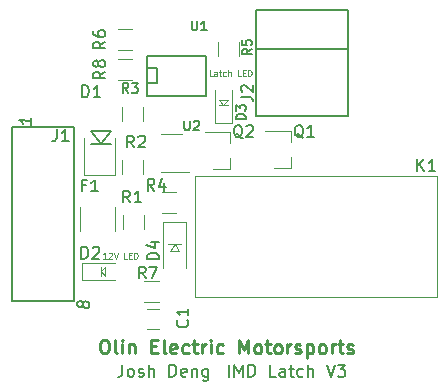
<source format=gbr>
G04 #@! TF.FileFunction,Legend,Top*
%FSLAX46Y46*%
G04 Gerber Fmt 4.6, Leading zero omitted, Abs format (unit mm)*
G04 Created by KiCad (PCBNEW 4.0.7-e2-6376~58~ubuntu16.04.1) date Sun Jan 14 05:36:03 2018*
%MOMM*%
%LPD*%
G01*
G04 APERTURE LIST*
%ADD10C,0.100000*%
%ADD11C,0.147600*%
%ADD12C,0.249200*%
%ADD13C,0.067000*%
%ADD14C,0.120000*%
%ADD15C,0.150000*%
%ADD16C,0.200000*%
G04 APERTURE END LIST*
D10*
D11*
X149933619Y-120339952D02*
X149933619Y-121075667D01*
X149884571Y-121222810D01*
X149786476Y-121320905D01*
X149639333Y-121369952D01*
X149541238Y-121369952D01*
X150571238Y-121369952D02*
X150473143Y-121320905D01*
X150424095Y-121271857D01*
X150375047Y-121173762D01*
X150375047Y-120879476D01*
X150424095Y-120781381D01*
X150473143Y-120732333D01*
X150571238Y-120683286D01*
X150718381Y-120683286D01*
X150816476Y-120732333D01*
X150865524Y-120781381D01*
X150914571Y-120879476D01*
X150914571Y-121173762D01*
X150865524Y-121271857D01*
X150816476Y-121320905D01*
X150718381Y-121369952D01*
X150571238Y-121369952D01*
X151306952Y-121320905D02*
X151405048Y-121369952D01*
X151601238Y-121369952D01*
X151699333Y-121320905D01*
X151748381Y-121222810D01*
X151748381Y-121173762D01*
X151699333Y-121075667D01*
X151601238Y-121026619D01*
X151454095Y-121026619D01*
X151356000Y-120977571D01*
X151306952Y-120879476D01*
X151306952Y-120830429D01*
X151356000Y-120732333D01*
X151454095Y-120683286D01*
X151601238Y-120683286D01*
X151699333Y-120732333D01*
X152189810Y-121369952D02*
X152189810Y-120339952D01*
X152631239Y-121369952D02*
X152631239Y-120830429D01*
X152582191Y-120732333D01*
X152484096Y-120683286D01*
X152336953Y-120683286D01*
X152238858Y-120732333D01*
X152189810Y-120781381D01*
X153906477Y-121369952D02*
X153906477Y-120339952D01*
X154151715Y-120339952D01*
X154298858Y-120389000D01*
X154396953Y-120487095D01*
X154446001Y-120585190D01*
X154495049Y-120781381D01*
X154495049Y-120928524D01*
X154446001Y-121124714D01*
X154396953Y-121222810D01*
X154298858Y-121320905D01*
X154151715Y-121369952D01*
X153906477Y-121369952D01*
X155328858Y-121320905D02*
X155230763Y-121369952D01*
X155034572Y-121369952D01*
X154936477Y-121320905D01*
X154887429Y-121222810D01*
X154887429Y-120830429D01*
X154936477Y-120732333D01*
X155034572Y-120683286D01*
X155230763Y-120683286D01*
X155328858Y-120732333D01*
X155377906Y-120830429D01*
X155377906Y-120928524D01*
X154887429Y-121026619D01*
X155819334Y-120683286D02*
X155819334Y-121369952D01*
X155819334Y-120781381D02*
X155868382Y-120732333D01*
X155966477Y-120683286D01*
X156113620Y-120683286D01*
X156211715Y-120732333D01*
X156260763Y-120830429D01*
X156260763Y-121369952D01*
X157192668Y-120683286D02*
X157192668Y-121517095D01*
X157143620Y-121615190D01*
X157094572Y-121664238D01*
X156996477Y-121713286D01*
X156849334Y-121713286D01*
X156751239Y-121664238D01*
X157192668Y-121320905D02*
X157094572Y-121369952D01*
X156898382Y-121369952D01*
X156800287Y-121320905D01*
X156751239Y-121271857D01*
X156702191Y-121173762D01*
X156702191Y-120879476D01*
X156751239Y-120781381D01*
X156800287Y-120732333D01*
X156898382Y-120683286D01*
X157094572Y-120683286D01*
X157192668Y-120732333D01*
X158925238Y-121369952D02*
X158925238Y-120339952D01*
X159415714Y-121369952D02*
X159415714Y-120339952D01*
X159759047Y-121075667D01*
X160102381Y-120339952D01*
X160102381Y-121369952D01*
X160592857Y-121369952D02*
X160592857Y-120339952D01*
X160838095Y-120339952D01*
X160985238Y-120389000D01*
X161083333Y-120487095D01*
X161132381Y-120585190D01*
X161181429Y-120781381D01*
X161181429Y-120928524D01*
X161132381Y-121124714D01*
X161083333Y-121222810D01*
X160985238Y-121320905D01*
X160838095Y-121369952D01*
X160592857Y-121369952D01*
X162898095Y-121369952D02*
X162407619Y-121369952D01*
X162407619Y-120339952D01*
X163682858Y-121369952D02*
X163682858Y-120830429D01*
X163633810Y-120732333D01*
X163535715Y-120683286D01*
X163339524Y-120683286D01*
X163241429Y-120732333D01*
X163682858Y-121320905D02*
X163584762Y-121369952D01*
X163339524Y-121369952D01*
X163241429Y-121320905D01*
X163192381Y-121222810D01*
X163192381Y-121124714D01*
X163241429Y-121026619D01*
X163339524Y-120977571D01*
X163584762Y-120977571D01*
X163682858Y-120928524D01*
X164026191Y-120683286D02*
X164418572Y-120683286D01*
X164173334Y-120339952D02*
X164173334Y-121222810D01*
X164222382Y-121320905D01*
X164320477Y-121369952D01*
X164418572Y-121369952D01*
X165203334Y-121320905D02*
X165105238Y-121369952D01*
X164909048Y-121369952D01*
X164810953Y-121320905D01*
X164761905Y-121271857D01*
X164712857Y-121173762D01*
X164712857Y-120879476D01*
X164761905Y-120781381D01*
X164810953Y-120732333D01*
X164909048Y-120683286D01*
X165105238Y-120683286D01*
X165203334Y-120732333D01*
X165644762Y-121369952D02*
X165644762Y-120339952D01*
X166086191Y-121369952D02*
X166086191Y-120830429D01*
X166037143Y-120732333D01*
X165939048Y-120683286D01*
X165791905Y-120683286D01*
X165693810Y-120732333D01*
X165644762Y-120781381D01*
X167214286Y-120339952D02*
X167557620Y-121369952D01*
X167900953Y-120339952D01*
X168146191Y-120339952D02*
X168783810Y-120339952D01*
X168440477Y-120732333D01*
X168587619Y-120732333D01*
X168685715Y-120781381D01*
X168734762Y-120830429D01*
X168783810Y-120928524D01*
X168783810Y-121173762D01*
X168734762Y-121271857D01*
X168685715Y-121320905D01*
X168587619Y-121369952D01*
X168293334Y-121369952D01*
X168195238Y-121320905D01*
X168146191Y-121271857D01*
D12*
X148309451Y-118238405D02*
X148529832Y-118238405D01*
X148640023Y-118293500D01*
X148750213Y-118403690D01*
X148805308Y-118624071D01*
X148805308Y-119009738D01*
X148750213Y-119230119D01*
X148640023Y-119340310D01*
X148529832Y-119395405D01*
X148309451Y-119395405D01*
X148199261Y-119340310D01*
X148089070Y-119230119D01*
X148033975Y-119009738D01*
X148033975Y-118624071D01*
X148089070Y-118403690D01*
X148199261Y-118293500D01*
X148309451Y-118238405D01*
X149466451Y-119395405D02*
X149356260Y-119340310D01*
X149301165Y-119230119D01*
X149301165Y-118238405D01*
X149907213Y-119395405D02*
X149907213Y-118624071D01*
X149907213Y-118238405D02*
X149852118Y-118293500D01*
X149907213Y-118348595D01*
X149962308Y-118293500D01*
X149907213Y-118238405D01*
X149907213Y-118348595D01*
X150458165Y-118624071D02*
X150458165Y-119395405D01*
X150458165Y-118734262D02*
X150513260Y-118679167D01*
X150623451Y-118624071D01*
X150788737Y-118624071D01*
X150898927Y-118679167D01*
X150954022Y-118789357D01*
X150954022Y-119395405D01*
X152386499Y-118789357D02*
X152772166Y-118789357D01*
X152937452Y-119395405D02*
X152386499Y-119395405D01*
X152386499Y-118238405D01*
X152937452Y-118238405D01*
X153598595Y-119395405D02*
X153488404Y-119340310D01*
X153433309Y-119230119D01*
X153433309Y-118238405D01*
X154480119Y-119340310D02*
X154369929Y-119395405D01*
X154149548Y-119395405D01*
X154039357Y-119340310D01*
X153984262Y-119230119D01*
X153984262Y-118789357D01*
X154039357Y-118679167D01*
X154149548Y-118624071D01*
X154369929Y-118624071D01*
X154480119Y-118679167D01*
X154535214Y-118789357D01*
X154535214Y-118899548D01*
X153984262Y-119009738D01*
X155526928Y-119340310D02*
X155416738Y-119395405D01*
X155196357Y-119395405D01*
X155086166Y-119340310D01*
X155031071Y-119285214D01*
X154975976Y-119175024D01*
X154975976Y-118844452D01*
X155031071Y-118734262D01*
X155086166Y-118679167D01*
X155196357Y-118624071D01*
X155416738Y-118624071D01*
X155526928Y-118679167D01*
X155857499Y-118624071D02*
X156298261Y-118624071D01*
X156022785Y-118238405D02*
X156022785Y-119230119D01*
X156077880Y-119340310D01*
X156188071Y-119395405D01*
X156298261Y-119395405D01*
X156683928Y-119395405D02*
X156683928Y-118624071D01*
X156683928Y-118844452D02*
X156739023Y-118734262D01*
X156794119Y-118679167D01*
X156904309Y-118624071D01*
X157014500Y-118624071D01*
X157400166Y-119395405D02*
X157400166Y-118624071D01*
X157400166Y-118238405D02*
X157345071Y-118293500D01*
X157400166Y-118348595D01*
X157455261Y-118293500D01*
X157400166Y-118238405D01*
X157400166Y-118348595D01*
X158446975Y-119340310D02*
X158336785Y-119395405D01*
X158116404Y-119395405D01*
X158006213Y-119340310D01*
X157951118Y-119285214D01*
X157896023Y-119175024D01*
X157896023Y-118844452D01*
X157951118Y-118734262D01*
X158006213Y-118679167D01*
X158116404Y-118624071D01*
X158336785Y-118624071D01*
X158446975Y-118679167D01*
X159824356Y-119395405D02*
X159824356Y-118238405D01*
X160210023Y-119064833D01*
X160595690Y-118238405D01*
X160595690Y-119395405D01*
X161311928Y-119395405D02*
X161201737Y-119340310D01*
X161146642Y-119285214D01*
X161091547Y-119175024D01*
X161091547Y-118844452D01*
X161146642Y-118734262D01*
X161201737Y-118679167D01*
X161311928Y-118624071D01*
X161477214Y-118624071D01*
X161587404Y-118679167D01*
X161642499Y-118734262D01*
X161697595Y-118844452D01*
X161697595Y-119175024D01*
X161642499Y-119285214D01*
X161587404Y-119340310D01*
X161477214Y-119395405D01*
X161311928Y-119395405D01*
X162028166Y-118624071D02*
X162468928Y-118624071D01*
X162193452Y-118238405D02*
X162193452Y-119230119D01*
X162248547Y-119340310D01*
X162358738Y-119395405D01*
X162468928Y-119395405D01*
X163019881Y-119395405D02*
X162909690Y-119340310D01*
X162854595Y-119285214D01*
X162799500Y-119175024D01*
X162799500Y-118844452D01*
X162854595Y-118734262D01*
X162909690Y-118679167D01*
X163019881Y-118624071D01*
X163185167Y-118624071D01*
X163295357Y-118679167D01*
X163350452Y-118734262D01*
X163405548Y-118844452D01*
X163405548Y-119175024D01*
X163350452Y-119285214D01*
X163295357Y-119340310D01*
X163185167Y-119395405D01*
X163019881Y-119395405D01*
X163901405Y-119395405D02*
X163901405Y-118624071D01*
X163901405Y-118844452D02*
X163956500Y-118734262D01*
X164011596Y-118679167D01*
X164121786Y-118624071D01*
X164231977Y-118624071D01*
X164562548Y-119340310D02*
X164672738Y-119395405D01*
X164893119Y-119395405D01*
X165003310Y-119340310D01*
X165058405Y-119230119D01*
X165058405Y-119175024D01*
X165003310Y-119064833D01*
X164893119Y-119009738D01*
X164727834Y-119009738D01*
X164617643Y-118954643D01*
X164562548Y-118844452D01*
X164562548Y-118789357D01*
X164617643Y-118679167D01*
X164727834Y-118624071D01*
X164893119Y-118624071D01*
X165003310Y-118679167D01*
X165554262Y-118624071D02*
X165554262Y-119781071D01*
X165554262Y-118679167D02*
X165664453Y-118624071D01*
X165884834Y-118624071D01*
X165995024Y-118679167D01*
X166050119Y-118734262D01*
X166105215Y-118844452D01*
X166105215Y-119175024D01*
X166050119Y-119285214D01*
X165995024Y-119340310D01*
X165884834Y-119395405D01*
X165664453Y-119395405D01*
X165554262Y-119340310D01*
X166766358Y-119395405D02*
X166656167Y-119340310D01*
X166601072Y-119285214D01*
X166545977Y-119175024D01*
X166545977Y-118844452D01*
X166601072Y-118734262D01*
X166656167Y-118679167D01*
X166766358Y-118624071D01*
X166931644Y-118624071D01*
X167041834Y-118679167D01*
X167096929Y-118734262D01*
X167152025Y-118844452D01*
X167152025Y-119175024D01*
X167096929Y-119285214D01*
X167041834Y-119340310D01*
X166931644Y-119395405D01*
X166766358Y-119395405D01*
X167647882Y-119395405D02*
X167647882Y-118624071D01*
X167647882Y-118844452D02*
X167702977Y-118734262D01*
X167758073Y-118679167D01*
X167868263Y-118624071D01*
X167978454Y-118624071D01*
X168198834Y-118624071D02*
X168639596Y-118624071D01*
X168364120Y-118238405D02*
X168364120Y-119230119D01*
X168419215Y-119340310D01*
X168529406Y-119395405D01*
X168639596Y-119395405D01*
X168970168Y-119340310D02*
X169080358Y-119395405D01*
X169300739Y-119395405D01*
X169410930Y-119340310D01*
X169466025Y-119230119D01*
X169466025Y-119175024D01*
X169410930Y-119064833D01*
X169300739Y-119009738D01*
X169135454Y-119009738D01*
X169025263Y-118954643D01*
X168970168Y-118844452D01*
X168970168Y-118789357D01*
X169025263Y-118679167D01*
X169135454Y-118624071D01*
X169300739Y-118624071D01*
X169410930Y-118679167D01*
D13*
X157556391Y-95900370D02*
X157318296Y-95900370D01*
X157318296Y-95400370D01*
X157937343Y-95900370D02*
X157937343Y-95638466D01*
X157913534Y-95590847D01*
X157865915Y-95567037D01*
X157770677Y-95567037D01*
X157723058Y-95590847D01*
X157937343Y-95876561D02*
X157889724Y-95900370D01*
X157770677Y-95900370D01*
X157723058Y-95876561D01*
X157699248Y-95828942D01*
X157699248Y-95781323D01*
X157723058Y-95733704D01*
X157770677Y-95709894D01*
X157889724Y-95709894D01*
X157937343Y-95686085D01*
X158104010Y-95567037D02*
X158294486Y-95567037D01*
X158175439Y-95400370D02*
X158175439Y-95828942D01*
X158199248Y-95876561D01*
X158246867Y-95900370D01*
X158294486Y-95900370D01*
X158675438Y-95876561D02*
X158627819Y-95900370D01*
X158532581Y-95900370D01*
X158484962Y-95876561D01*
X158461153Y-95852751D01*
X158437343Y-95805132D01*
X158437343Y-95662275D01*
X158461153Y-95614656D01*
X158484962Y-95590847D01*
X158532581Y-95567037D01*
X158627819Y-95567037D01*
X158675438Y-95590847D01*
X158889724Y-95900370D02*
X158889724Y-95400370D01*
X159104009Y-95900370D02*
X159104009Y-95638466D01*
X159080200Y-95590847D01*
X159032581Y-95567037D01*
X158961152Y-95567037D01*
X158913533Y-95590847D01*
X158889724Y-95614656D01*
X159961152Y-95900370D02*
X159723057Y-95900370D01*
X159723057Y-95400370D01*
X160127819Y-95638466D02*
X160294485Y-95638466D01*
X160365914Y-95900370D02*
X160127819Y-95900370D01*
X160127819Y-95400370D01*
X160365914Y-95400370D01*
X160580200Y-95900370D02*
X160580200Y-95400370D01*
X160699247Y-95400370D01*
X160770676Y-95424180D01*
X160818295Y-95471799D01*
X160842104Y-95519418D01*
X160865914Y-95614656D01*
X160865914Y-95686085D01*
X160842104Y-95781323D01*
X160818295Y-95828942D01*
X160770676Y-95876561D01*
X160699247Y-95900370D01*
X160580200Y-95900370D01*
X148582369Y-111358810D02*
X148296655Y-111358810D01*
X148439512Y-111358810D02*
X148439512Y-110858810D01*
X148391893Y-110930239D01*
X148344274Y-110977858D01*
X148296655Y-111001668D01*
X148772845Y-110906430D02*
X148796655Y-110882620D01*
X148844274Y-110858810D01*
X148963321Y-110858810D01*
X149010940Y-110882620D01*
X149034750Y-110906430D01*
X149058559Y-110954049D01*
X149058559Y-111001668D01*
X149034750Y-111073096D01*
X148749036Y-111358810D01*
X149058559Y-111358810D01*
X149201416Y-110858810D02*
X149368083Y-111358810D01*
X149534749Y-110858810D01*
X150320463Y-111358810D02*
X150082368Y-111358810D01*
X150082368Y-110858810D01*
X150487130Y-111096906D02*
X150653796Y-111096906D01*
X150725225Y-111358810D02*
X150487130Y-111358810D01*
X150487130Y-110858810D01*
X150725225Y-110858810D01*
X150939511Y-111358810D02*
X150939511Y-110858810D01*
X151058558Y-110858810D01*
X151129987Y-110882620D01*
X151177606Y-110930239D01*
X151201415Y-110977858D01*
X151225225Y-111073096D01*
X151225225Y-111144525D01*
X151201415Y-111239763D01*
X151177606Y-111287382D01*
X151129987Y-111335001D01*
X151058558Y-111358810D01*
X150939511Y-111358810D01*
D14*
X149577500Y-91944300D02*
X150777500Y-91944300D01*
X150777500Y-93704300D02*
X149577500Y-93704300D01*
D15*
X140542500Y-114954000D02*
X145842500Y-114954000D01*
X140542500Y-100184000D02*
X145842500Y-100184000D01*
X140542500Y-114954000D02*
X140542500Y-100184000D01*
X145842500Y-114954000D02*
X145842500Y-100184000D01*
X169020260Y-93599620D02*
X169020260Y-90289620D01*
X169020260Y-90289620D02*
X161220260Y-90289620D01*
X161220260Y-90289620D02*
X161220260Y-93599620D01*
X161220260Y-93599620D02*
X161220260Y-99321620D01*
X169020260Y-93599620D02*
X169020260Y-99321620D01*
X161220260Y-93599620D02*
X169020260Y-93599620D01*
X161220260Y-99321620D02*
X169020260Y-99321620D01*
D14*
X150018860Y-108882740D02*
X150018860Y-107682740D01*
X151778860Y-107682740D02*
X151778860Y-108882740D01*
X151651860Y-103034540D02*
X151651860Y-104234540D01*
X149891860Y-104234540D02*
X149891860Y-103034540D01*
X151687420Y-98493020D02*
X151687420Y-99693020D01*
X149927420Y-99693020D02*
X149927420Y-98493020D01*
X153245260Y-105761900D02*
X154445260Y-105761900D01*
X154445260Y-107521900D02*
X153245260Y-107521900D01*
X158060500Y-94186300D02*
X158060500Y-92986300D01*
X159820500Y-92986300D02*
X159820500Y-94186300D01*
X164201380Y-103710860D02*
X164201380Y-102780860D01*
X164201380Y-100550860D02*
X164201380Y-101480860D01*
X164201380Y-100550860D02*
X162041380Y-100550860D01*
X164201380Y-103710860D02*
X162741380Y-103710860D01*
X152037160Y-117331860D02*
X153037160Y-117331860D01*
X153037160Y-115631860D02*
X152037160Y-115631860D01*
X156086500Y-114657020D02*
X176526500Y-114657020D01*
X176526500Y-114657020D02*
X176526500Y-104357020D01*
X156086500Y-114657020D02*
X156086500Y-104357020D01*
X156086500Y-104357020D02*
X176526500Y-104357020D01*
X146355620Y-109018580D02*
X146355620Y-107018580D01*
X149315620Y-107018580D02*
X149315620Y-109018580D01*
D15*
X156995500Y-94172300D02*
X151995500Y-94172300D01*
X151995500Y-97572300D02*
X151995500Y-94172300D01*
X152065500Y-95237300D02*
X152827500Y-95237300D01*
X152827500Y-95237300D02*
X152827500Y-96507300D01*
X152827500Y-96507300D02*
X152065500Y-96507300D01*
X156995500Y-97572300D02*
X156995500Y-94172300D01*
X156995500Y-97572300D02*
X151995500Y-97572300D01*
D16*
X148980400Y-100530100D02*
X148080400Y-101630100D01*
X147280400Y-100530100D02*
X148980400Y-100530100D01*
X148080400Y-101630100D02*
X147280400Y-100530100D01*
X147280400Y-101630100D02*
X148980400Y-101630100D01*
D14*
X146646900Y-104305100D02*
X149313900Y-104305100D01*
X149313900Y-104305100D02*
X149313900Y-101130100D01*
X146646900Y-104305100D02*
X146646900Y-101130100D01*
D10*
X154348180Y-110137460D02*
X153948180Y-110737460D01*
X153948180Y-110737460D02*
X154748180Y-110737460D01*
X154348180Y-110137460D02*
X154748180Y-110737460D01*
X153798180Y-110137460D02*
X154898180Y-110137460D01*
D14*
X155348180Y-108287460D02*
X153348180Y-108287460D01*
X153348180Y-108287460D02*
X153348180Y-112137460D01*
X155348180Y-108287460D02*
X155348180Y-112137460D01*
X159050260Y-103771820D02*
X159050260Y-102841820D01*
X159050260Y-100611820D02*
X159050260Y-101541820D01*
X159050260Y-100611820D02*
X156890260Y-100611820D01*
X159050260Y-103771820D02*
X157590260Y-103771820D01*
X151794920Y-113290460D02*
X152994920Y-113290460D01*
X152994920Y-115050460D02*
X151794920Y-115050460D01*
X149577500Y-94484300D02*
X150777500Y-94484300D01*
X150777500Y-96244300D02*
X149577500Y-96244300D01*
X154956260Y-100840940D02*
X153156260Y-100840940D01*
X153156260Y-104060940D02*
X155606260Y-104060940D01*
D10*
X158833300Y-98327820D02*
X158483300Y-98327820D01*
X158483300Y-98327820D02*
X158133300Y-98327820D01*
X158833300Y-97977820D02*
X158483300Y-98327820D01*
X158783300Y-97977820D02*
X158833300Y-97977820D01*
X158833300Y-97977820D02*
X158783300Y-97977820D01*
X158133300Y-97977820D02*
X158783300Y-97977820D01*
X158183300Y-98027820D02*
X158133300Y-97977820D01*
X158483300Y-98327820D02*
X158183300Y-98027820D01*
D14*
X157783300Y-99927820D02*
X159183300Y-99927820D01*
X159183300Y-99927820D02*
X159183300Y-97127820D01*
X157783300Y-99927820D02*
X157783300Y-97127820D01*
D10*
X148097900Y-112798340D02*
X148097900Y-112448340D01*
X148097900Y-112448340D02*
X148097900Y-112098340D01*
X148447900Y-112798340D02*
X148097900Y-112448340D01*
X148447900Y-112748340D02*
X148447900Y-112798340D01*
X148447900Y-112798340D02*
X148447900Y-112748340D01*
X148447900Y-112098340D02*
X148447900Y-112748340D01*
X148397900Y-112148340D02*
X148447900Y-112098340D01*
X148097900Y-112448340D02*
X148397900Y-112148340D01*
D14*
X146497900Y-111748340D02*
X146497900Y-113148340D01*
X146497900Y-113148340D02*
X149297900Y-113148340D01*
X146497900Y-111748340D02*
X149297900Y-111748340D01*
D15*
X148470881Y-92990966D02*
X147994690Y-93324300D01*
X148470881Y-93562395D02*
X147470881Y-93562395D01*
X147470881Y-93181442D01*
X147518500Y-93086204D01*
X147566119Y-93038585D01*
X147661357Y-92990966D01*
X147804214Y-92990966D01*
X147899452Y-93038585D01*
X147947071Y-93086204D01*
X147994690Y-93181442D01*
X147994690Y-93562395D01*
X147470881Y-92133823D02*
X147470881Y-92324300D01*
X147518500Y-92419538D01*
X147566119Y-92467157D01*
X147708976Y-92562395D01*
X147899452Y-92610014D01*
X148280405Y-92610014D01*
X148375643Y-92562395D01*
X148423262Y-92514776D01*
X148470881Y-92419538D01*
X148470881Y-92229061D01*
X148423262Y-92133823D01*
X148375643Y-92086204D01*
X148280405Y-92038585D01*
X148042310Y-92038585D01*
X147947071Y-92086204D01*
X147899452Y-92133823D01*
X147851833Y-92229061D01*
X147851833Y-92419538D01*
X147899452Y-92514776D01*
X147947071Y-92562395D01*
X148042310Y-92610014D01*
X144383167Y-100417381D02*
X144383167Y-101131667D01*
X144335547Y-101274524D01*
X144240309Y-101369762D01*
X144097452Y-101417381D01*
X144002214Y-101417381D01*
X145383167Y-101417381D02*
X144811738Y-101417381D01*
X145097452Y-101417381D02*
X145097452Y-100417381D01*
X145002214Y-100560238D01*
X144906976Y-100655476D01*
X144811738Y-100703095D01*
X146553252Y-115332857D02*
X146505633Y-115422143D01*
X146458014Y-115463809D01*
X146362776Y-115499523D01*
X146315157Y-115493571D01*
X146219919Y-115434047D01*
X146172300Y-115380476D01*
X146124681Y-115279286D01*
X146124681Y-115088809D01*
X146172300Y-114999523D01*
X146219919Y-114957856D01*
X146315157Y-114922142D01*
X146362776Y-114928094D01*
X146458014Y-114987618D01*
X146505633Y-115041190D01*
X146553252Y-115142380D01*
X146553252Y-115332857D01*
X146600871Y-115434047D01*
X146648490Y-115487619D01*
X146743729Y-115547143D01*
X146934205Y-115570952D01*
X147029443Y-115535238D01*
X147077062Y-115493571D01*
X147124681Y-115404286D01*
X147124681Y-115213809D01*
X147077062Y-115112618D01*
X147029443Y-115059047D01*
X146934205Y-114999523D01*
X146743729Y-114975714D01*
X146648490Y-115011428D01*
X146600871Y-115053094D01*
X146553252Y-115142380D01*
X142184381Y-99453133D02*
X142184381Y-100024562D01*
X142184381Y-99738848D02*
X141184381Y-99613848D01*
X141327238Y-99726943D01*
X141422476Y-99834085D01*
X141470095Y-99935276D01*
X159972761Y-97678833D02*
X160687047Y-97678833D01*
X160829904Y-97726453D01*
X160925142Y-97821691D01*
X160972761Y-97964548D01*
X160972761Y-98059786D01*
X160067999Y-97250262D02*
X160020380Y-97202643D01*
X159972761Y-97107405D01*
X159972761Y-96869309D01*
X160020380Y-96774071D01*
X160067999Y-96726452D01*
X160163237Y-96678833D01*
X160258475Y-96678833D01*
X160401332Y-96726452D01*
X160972761Y-97297881D01*
X160972761Y-96678833D01*
X150574714Y-106616801D02*
X150241380Y-106140610D01*
X150003285Y-106616801D02*
X150003285Y-105616801D01*
X150384238Y-105616801D01*
X150479476Y-105664420D01*
X150527095Y-105712039D01*
X150574714Y-105807277D01*
X150574714Y-105950134D01*
X150527095Y-106045372D01*
X150479476Y-106092991D01*
X150384238Y-106140610D01*
X150003285Y-106140610D01*
X151527095Y-106616801D02*
X150955666Y-106616801D01*
X151241380Y-106616801D02*
X151241380Y-105616801D01*
X151146142Y-105759658D01*
X151050904Y-105854896D01*
X150955666Y-105902515D01*
X150899834Y-101953321D02*
X150566500Y-101477130D01*
X150328405Y-101953321D02*
X150328405Y-100953321D01*
X150709358Y-100953321D01*
X150804596Y-101000940D01*
X150852215Y-101048559D01*
X150899834Y-101143797D01*
X150899834Y-101286654D01*
X150852215Y-101381892D01*
X150804596Y-101429511D01*
X150709358Y-101477130D01*
X150328405Y-101477130D01*
X151280786Y-101048559D02*
X151328405Y-101000940D01*
X151423643Y-100953321D01*
X151661739Y-100953321D01*
X151756977Y-101000940D01*
X151804596Y-101048559D01*
X151852215Y-101143797D01*
X151852215Y-101239035D01*
X151804596Y-101381892D01*
X151233167Y-101953321D01*
X151852215Y-101953321D01*
X150425993Y-97356818D02*
X150140660Y-96949199D01*
X149936851Y-97356818D02*
X149936851Y-96500818D01*
X150262946Y-96500818D01*
X150344470Y-96541580D01*
X150385231Y-96582342D01*
X150425993Y-96663866D01*
X150425993Y-96786151D01*
X150385231Y-96867675D01*
X150344470Y-96908437D01*
X150262946Y-96949199D01*
X149936851Y-96949199D01*
X150711327Y-96500818D02*
X151241231Y-96500818D01*
X150955898Y-96826913D01*
X151078184Y-96826913D01*
X151159708Y-96867675D01*
X151200470Y-96908437D01*
X151241231Y-96989961D01*
X151241231Y-97193770D01*
X151200470Y-97275294D01*
X151159708Y-97316056D01*
X151078184Y-97356818D01*
X150833612Y-97356818D01*
X150752089Y-97316056D01*
X150711327Y-97275294D01*
X152632114Y-105605841D02*
X152298780Y-105129650D01*
X152060685Y-105605841D02*
X152060685Y-104605841D01*
X152441638Y-104605841D01*
X152536876Y-104653460D01*
X152584495Y-104701079D01*
X152632114Y-104796317D01*
X152632114Y-104939174D01*
X152584495Y-105034412D01*
X152536876Y-105082031D01*
X152441638Y-105129650D01*
X152060685Y-105129650D01*
X153489257Y-104939174D02*
X153489257Y-105605841D01*
X153251161Y-104558222D02*
X153013066Y-105272508D01*
X153632114Y-105272508D01*
X160877205Y-93620573D02*
X160496252Y-93887240D01*
X160877205Y-94077716D02*
X160077205Y-94077716D01*
X160077205Y-93772954D01*
X160115300Y-93696763D01*
X160153395Y-93658668D01*
X160229586Y-93620573D01*
X160343871Y-93620573D01*
X160420062Y-93658668D01*
X160458157Y-93696763D01*
X160496252Y-93772954D01*
X160496252Y-94077716D01*
X160077205Y-92896763D02*
X160077205Y-93277716D01*
X160458157Y-93315811D01*
X160420062Y-93277716D01*
X160381967Y-93201525D01*
X160381967Y-93011049D01*
X160420062Y-92934859D01*
X160458157Y-92896763D01*
X160534348Y-92858668D01*
X160724824Y-92858668D01*
X160801014Y-92896763D01*
X160839110Y-92934859D01*
X160877205Y-93011049D01*
X160877205Y-93201525D01*
X160839110Y-93277716D01*
X160801014Y-93315811D01*
X165240982Y-101154479D02*
X165145744Y-101106860D01*
X165050506Y-101011622D01*
X164907649Y-100868765D01*
X164812410Y-100821146D01*
X164717172Y-100821146D01*
X164764791Y-101059241D02*
X164669553Y-101011622D01*
X164574315Y-100916384D01*
X164526696Y-100725908D01*
X164526696Y-100392574D01*
X164574315Y-100202098D01*
X164669553Y-100106860D01*
X164764791Y-100059241D01*
X164955268Y-100059241D01*
X165050506Y-100106860D01*
X165145744Y-100202098D01*
X165193363Y-100392574D01*
X165193363Y-100725908D01*
X165145744Y-100916384D01*
X165050506Y-101011622D01*
X164955268Y-101059241D01*
X164764791Y-101059241D01*
X166145744Y-101059241D02*
X165574315Y-101059241D01*
X165860029Y-101059241D02*
X165860029Y-100059241D01*
X165764791Y-100202098D01*
X165669553Y-100297336D01*
X165574315Y-100344955D01*
X155424143Y-116562166D02*
X155471762Y-116609785D01*
X155519381Y-116752642D01*
X155519381Y-116847880D01*
X155471762Y-116990738D01*
X155376524Y-117085976D01*
X155281286Y-117133595D01*
X155090810Y-117181214D01*
X154947952Y-117181214D01*
X154757476Y-117133595D01*
X154662238Y-117085976D01*
X154567000Y-116990738D01*
X154519381Y-116847880D01*
X154519381Y-116752642D01*
X154567000Y-116609785D01*
X154614619Y-116562166D01*
X155519381Y-115609785D02*
X155519381Y-116181214D01*
X155519381Y-115895500D02*
X154519381Y-115895500D01*
X154662238Y-115990738D01*
X154757476Y-116085976D01*
X154805095Y-116181214D01*
X174902905Y-103957381D02*
X174902905Y-102957381D01*
X175474334Y-103957381D02*
X175045762Y-103385952D01*
X175474334Y-102957381D02*
X174902905Y-103528810D01*
X176426715Y-103957381D02*
X175855286Y-103957381D01*
X176141000Y-103957381D02*
X176141000Y-102957381D01*
X176045762Y-103100238D01*
X175950524Y-103195476D01*
X175855286Y-103243095D01*
X146824107Y-105160771D02*
X146490773Y-105160771D01*
X146490773Y-105684581D02*
X146490773Y-104684581D01*
X146966964Y-104684581D01*
X147871726Y-105684581D02*
X147300297Y-105684581D01*
X147586011Y-105684581D02*
X147586011Y-104684581D01*
X147490773Y-104827438D01*
X147395535Y-104922676D01*
X147300297Y-104970295D01*
X155790976Y-91243205D02*
X155790976Y-91890824D01*
X155829071Y-91967014D01*
X155867167Y-92005110D01*
X155943357Y-92043205D01*
X156095738Y-92043205D01*
X156171929Y-92005110D01*
X156210024Y-91967014D01*
X156248119Y-91890824D01*
X156248119Y-91243205D01*
X157048119Y-92043205D02*
X156590976Y-92043205D01*
X156819547Y-92043205D02*
X156819547Y-91243205D01*
X156743357Y-91357490D01*
X156667166Y-91433681D01*
X156590976Y-91471776D01*
X146531105Y-97696281D02*
X146531105Y-96696281D01*
X146769200Y-96696281D01*
X146912058Y-96743900D01*
X147007296Y-96839138D01*
X147054915Y-96934376D01*
X147102534Y-97124852D01*
X147102534Y-97267710D01*
X147054915Y-97458186D01*
X147007296Y-97553424D01*
X146912058Y-97648662D01*
X146769200Y-97696281D01*
X146531105Y-97696281D01*
X148054915Y-97696281D02*
X147483486Y-97696281D01*
X147769200Y-97696281D02*
X147769200Y-96696281D01*
X147673962Y-96839138D01*
X147578724Y-96934376D01*
X147483486Y-96981995D01*
X152997161Y-111423675D02*
X151997161Y-111423675D01*
X151997161Y-111185580D01*
X152044780Y-111042722D01*
X152140018Y-110947484D01*
X152235256Y-110899865D01*
X152425732Y-110852246D01*
X152568590Y-110852246D01*
X152759066Y-110899865D01*
X152854304Y-110947484D01*
X152949542Y-111042722D01*
X152997161Y-111185580D01*
X152997161Y-111423675D01*
X152330494Y-109995103D02*
X152997161Y-109995103D01*
X151949542Y-110233199D02*
X152663828Y-110471294D01*
X152663828Y-109852246D01*
X160100022Y-101179879D02*
X160004784Y-101132260D01*
X159909546Y-101037022D01*
X159766689Y-100894165D01*
X159671450Y-100846546D01*
X159576212Y-100846546D01*
X159623831Y-101084641D02*
X159528593Y-101037022D01*
X159433355Y-100941784D01*
X159385736Y-100751308D01*
X159385736Y-100417974D01*
X159433355Y-100227498D01*
X159528593Y-100132260D01*
X159623831Y-100084641D01*
X159814308Y-100084641D01*
X159909546Y-100132260D01*
X160004784Y-100227498D01*
X160052403Y-100417974D01*
X160052403Y-100751308D01*
X160004784Y-100941784D01*
X159909546Y-101037022D01*
X159814308Y-101084641D01*
X159623831Y-101084641D01*
X160433355Y-100179879D02*
X160480974Y-100132260D01*
X160576212Y-100084641D01*
X160814308Y-100084641D01*
X160909546Y-100132260D01*
X160957165Y-100179879D01*
X161004784Y-100275117D01*
X161004784Y-100370355D01*
X160957165Y-100513212D01*
X160385736Y-101084641D01*
X161004784Y-101084641D01*
X151887894Y-113037881D02*
X151554560Y-112561690D01*
X151316465Y-113037881D02*
X151316465Y-112037881D01*
X151697418Y-112037881D01*
X151792656Y-112085500D01*
X151840275Y-112133119D01*
X151887894Y-112228357D01*
X151887894Y-112371214D01*
X151840275Y-112466452D01*
X151792656Y-112514071D01*
X151697418Y-112561690D01*
X151316465Y-112561690D01*
X152221227Y-112037881D02*
X152887894Y-112037881D01*
X152459322Y-113037881D01*
X148470881Y-95530966D02*
X147994690Y-95864300D01*
X148470881Y-96102395D02*
X147470881Y-96102395D01*
X147470881Y-95721442D01*
X147518500Y-95626204D01*
X147566119Y-95578585D01*
X147661357Y-95530966D01*
X147804214Y-95530966D01*
X147899452Y-95578585D01*
X147947071Y-95626204D01*
X147994690Y-95721442D01*
X147994690Y-96102395D01*
X147899452Y-94959538D02*
X147851833Y-95054776D01*
X147804214Y-95102395D01*
X147708976Y-95150014D01*
X147661357Y-95150014D01*
X147566119Y-95102395D01*
X147518500Y-95054776D01*
X147470881Y-94959538D01*
X147470881Y-94769061D01*
X147518500Y-94673823D01*
X147566119Y-94626204D01*
X147661357Y-94578585D01*
X147708976Y-94578585D01*
X147804214Y-94626204D01*
X147851833Y-94673823D01*
X147899452Y-94769061D01*
X147899452Y-94959538D01*
X147947071Y-95054776D01*
X147994690Y-95102395D01*
X148089929Y-95150014D01*
X148280405Y-95150014D01*
X148375643Y-95102395D01*
X148423262Y-95054776D01*
X148470881Y-94959538D01*
X148470881Y-94769061D01*
X148423262Y-94673823D01*
X148375643Y-94626204D01*
X148280405Y-94578585D01*
X148089929Y-94578585D01*
X147994690Y-94626204D01*
X147947071Y-94673823D01*
X147899452Y-94769061D01*
X155155976Y-99691245D02*
X155155976Y-100338864D01*
X155194071Y-100415054D01*
X155232167Y-100453150D01*
X155308357Y-100491245D01*
X155460738Y-100491245D01*
X155536929Y-100453150D01*
X155575024Y-100415054D01*
X155613119Y-100338864D01*
X155613119Y-99691245D01*
X155955976Y-99767435D02*
X155994071Y-99729340D01*
X156070262Y-99691245D01*
X156260738Y-99691245D01*
X156336928Y-99729340D01*
X156375024Y-99767435D01*
X156413119Y-99843626D01*
X156413119Y-99919816D01*
X156375024Y-100034102D01*
X155917881Y-100491245D01*
X156413119Y-100491245D01*
X160353965Y-99576816D02*
X159553965Y-99576816D01*
X159553965Y-99386340D01*
X159592060Y-99272054D01*
X159668250Y-99195863D01*
X159744441Y-99157768D01*
X159896822Y-99119673D01*
X160011108Y-99119673D01*
X160163489Y-99157768D01*
X160239679Y-99195863D01*
X160315870Y-99272054D01*
X160353965Y-99386340D01*
X160353965Y-99576816D01*
X159553965Y-98853006D02*
X159553965Y-98357768D01*
X159858727Y-98624435D01*
X159858727Y-98510149D01*
X159896822Y-98433959D01*
X159934917Y-98395863D01*
X160011108Y-98357768D01*
X160201584Y-98357768D01*
X160277774Y-98395863D01*
X160315870Y-98433959D01*
X160353965Y-98510149D01*
X160353965Y-98738721D01*
X160315870Y-98814911D01*
X160277774Y-98853006D01*
X146452365Y-111366561D02*
X146452365Y-110366561D01*
X146690460Y-110366561D01*
X146833318Y-110414180D01*
X146928556Y-110509418D01*
X146976175Y-110604656D01*
X147023794Y-110795132D01*
X147023794Y-110937990D01*
X146976175Y-111128466D01*
X146928556Y-111223704D01*
X146833318Y-111318942D01*
X146690460Y-111366561D01*
X146452365Y-111366561D01*
X147404746Y-110461799D02*
X147452365Y-110414180D01*
X147547603Y-110366561D01*
X147785699Y-110366561D01*
X147880937Y-110414180D01*
X147928556Y-110461799D01*
X147976175Y-110557037D01*
X147976175Y-110652275D01*
X147928556Y-110795132D01*
X147357127Y-111366561D01*
X147976175Y-111366561D01*
M02*

</source>
